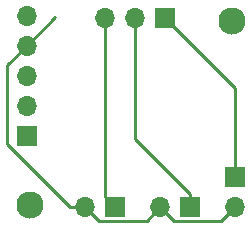
<source format=gbl>
%TF.GenerationSoftware,KiCad,Pcbnew,(6.0.7)*%
%TF.CreationDate,2023-03-06T16:25:38-05:00*%
%TF.ProjectId,joycon,6a6f7963-6f6e-42e6-9b69-6361645f7063,rev?*%
%TF.SameCoordinates,Original*%
%TF.FileFunction,Copper,L2,Bot*%
%TF.FilePolarity,Positive*%
%FSLAX46Y46*%
G04 Gerber Fmt 4.6, Leading zero omitted, Abs format (unit mm)*
G04 Created by KiCad (PCBNEW (6.0.7)) date 2023-03-06 16:25:38*
%MOMM*%
%LPD*%
G01*
G04 APERTURE LIST*
%TA.AperFunction,WasherPad*%
%ADD10C,2.300000*%
%TD*%
%TA.AperFunction,ComponentPad*%
%ADD11R,1.700000X1.700000*%
%TD*%
%TA.AperFunction,ComponentPad*%
%ADD12O,1.700000X1.700000*%
%TD*%
%TA.AperFunction,Conductor*%
%ADD13C,0.250000*%
%TD*%
G04 APERTURE END LIST*
D10*
%TO.P,REF\u002A\u002A,*%
%TO.N,*%
X131100000Y-105000000D03*
%TD*%
%TO.P,REF\u002A\u002A,*%
%TO.N,*%
X148200000Y-89500000D03*
%TD*%
D11*
%TO.P,J3,1,Pin_1*%
%TO.N,Net-(J7-Pad1)*%
X142525000Y-89225000D03*
D12*
%TO.P,J3,2,Pin_2*%
%TO.N,Net-(J8-Pad1)*%
X139985000Y-89225000D03*
%TO.P,J3,3,Pin_3*%
%TO.N,Net-(J9-Pad1)*%
X137445000Y-89225000D03*
%TD*%
D11*
%TO.P,J2,1,Pin_1*%
%TO.N,Net-(J1-Pad1)*%
X130800000Y-99160000D03*
D12*
%TO.P,J2,2,Pin_2*%
%TO.N,Net-(J1-Pad2)*%
X130800000Y-96620000D03*
%TO.P,J2,3,Pin_3*%
%TO.N,Net-(J1-Pad3)*%
X130800000Y-94080000D03*
%TO.P,J2,4,Pin_4*%
%TO.N,GND*%
X130800000Y-91540000D03*
%TO.P,J2,5,Pin_5*%
%TO.N,Net-(J1-Pad5)*%
X130800000Y-89000000D03*
%TD*%
D11*
%TO.P,J7,1,Pin_1*%
%TO.N,Net-(J7-Pad1)*%
X148400000Y-102700000D03*
D12*
%TO.P,J7,2,Pin_2*%
%TO.N,GND*%
X148400000Y-105240000D03*
%TD*%
D11*
%TO.P,J8,1,Pin_1*%
%TO.N,Net-(J8-Pad1)*%
X144650000Y-105225000D03*
D12*
%TO.P,J8,2,Pin_2*%
%TO.N,GND*%
X142110000Y-105225000D03*
%TD*%
D11*
%TO.P,J9,1,Pin_1*%
%TO.N,Net-(J9-Pad1)*%
X138300000Y-105200000D03*
D12*
%TO.P,J9,2,Pin_2*%
%TO.N,GND*%
X135760000Y-105200000D03*
%TD*%
D13*
%TO.N,Net-(J7-Pad1)*%
X148400000Y-102700000D02*
X148400000Y-95100000D01*
X148400000Y-95100000D02*
X142525000Y-89225000D01*
%TO.N,Net-(J8-Pad1)*%
X139985000Y-99460000D02*
X139985000Y-89225000D01*
X144650000Y-104125000D02*
X139985000Y-99460000D01*
X144650000Y-105225000D02*
X144650000Y-104125000D01*
%TO.N,Net-(J9-Pad1)*%
X137445000Y-104345000D02*
X138300000Y-105200000D01*
X137445000Y-89225000D02*
X137445000Y-104345000D01*
%TO.N,GND*%
X142110000Y-105225000D02*
X143285000Y-106400000D01*
X143285000Y-106400000D02*
X147240000Y-106400000D01*
X147240000Y-106400000D02*
X148400000Y-105240000D01*
X136935000Y-106375000D02*
X140960000Y-106375000D01*
X135760000Y-105200000D02*
X136935000Y-106375000D01*
X140960000Y-106375000D02*
X142110000Y-105225000D01*
X134490000Y-105200000D02*
X135760000Y-105200000D01*
X129163557Y-99873557D02*
X134490000Y-105200000D01*
X130800000Y-91540000D02*
X133215000Y-89125000D01*
X129163557Y-93176443D02*
X130800000Y-91540000D01*
X129163557Y-99873557D02*
X129163557Y-93176443D01*
%TD*%
M02*

</source>
